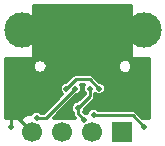
<source format=gbr>
G04 #@! TF.FileFunction,Copper,L2,Bot,Signal*
%FSLAX46Y46*%
G04 Gerber Fmt 4.6, Leading zero omitted, Abs format (unit mm)*
G04 Created by KiCad (PCBNEW 4.0.0-rc1-stable) date fre  9 okt 2015 20:00:11*
%MOMM*%
G01*
G04 APERTURE LIST*
%ADD10C,0.100000*%
%ADD11C,1.700000*%
%ADD12R,1.700000X1.700000*%
%ADD13R,1.650000X2.300000*%
%ADD14C,3.000000*%
%ADD15C,0.508000*%
%ADD16C,0.228600*%
%ADD17C,0.340000*%
G04 APERTURE END LIST*
D10*
D11*
X62236000Y-11103000D03*
X64776000Y-11103000D03*
X67316000Y-11103000D03*
D12*
X69856000Y-11103000D03*
D13*
X70605000Y-7515000D03*
X62415000Y-7515000D03*
D14*
X61351520Y-2465000D03*
X71670120Y-2465000D03*
D15*
X64823200Y-9427300D03*
X60450500Y-10640000D03*
X67140000Y-7390000D03*
X66102000Y-9052500D03*
X66660800Y-10017700D03*
X65140000Y-7390000D03*
X67890000Y-7390000D03*
X67435500Y-9636000D03*
X71750500Y-10640000D03*
X65890000Y-7390000D03*
X62609500Y-9878000D03*
D16*
X61351520Y-2465000D02*
X66505000Y-2465000D01*
X66505000Y-2465000D02*
X71670120Y-2465000D01*
X60450500Y-9890000D02*
X61023000Y-9890000D01*
X60450500Y-10640000D02*
X60450500Y-9890000D01*
X61023000Y-9890000D02*
X62236000Y-11103000D01*
X62415000Y-7515000D02*
X63915000Y-7515000D01*
X66505000Y-2465000D02*
X66505000Y-5915000D01*
X66505000Y-5915000D02*
X65515000Y-5915000D01*
X70605000Y-7515000D02*
X69105000Y-7515000D01*
X69105000Y-7515000D02*
X67505000Y-5915000D01*
X67505000Y-5915000D02*
X66505000Y-5915000D01*
X63915000Y-7515000D02*
X65515000Y-5915000D01*
X67140000Y-7390000D02*
X67140000Y-8014500D01*
X67140000Y-8014500D02*
X66102000Y-9052500D01*
X66102000Y-9052500D02*
X66102000Y-9458900D01*
X66102000Y-9458900D02*
X66660800Y-10017700D01*
X65140000Y-7390000D02*
X65915000Y-6615000D01*
X67890000Y-7390000D02*
X67115000Y-6615000D01*
X65915000Y-6615000D02*
X67115000Y-6615000D01*
X67435500Y-9636000D02*
X70746500Y-9636000D01*
X70746500Y-9636000D02*
X71750500Y-10640000D01*
X63402000Y-9878000D02*
X65890000Y-7390000D01*
X62609500Y-9878000D02*
X63402000Y-9878000D01*
D17*
G36*
X66651637Y-7063070D02*
X66563701Y-7274844D01*
X66563501Y-7504150D01*
X66651067Y-7716078D01*
X66703300Y-7768402D01*
X66703300Y-7833613D01*
X66060848Y-8476065D01*
X65987850Y-8476001D01*
X65775922Y-8563567D01*
X65613637Y-8725570D01*
X65525701Y-8937344D01*
X65525501Y-9166650D01*
X65613067Y-9378578D01*
X65665300Y-9430902D01*
X65665300Y-9458895D01*
X65665299Y-9458900D01*
X65698542Y-9626018D01*
X65793206Y-9767694D01*
X65860512Y-9835000D01*
X64062588Y-9835000D01*
X65931152Y-7966435D01*
X66004150Y-7966499D01*
X66216078Y-7878933D01*
X66378363Y-7716930D01*
X66466299Y-7505156D01*
X66466499Y-7275850D01*
X66378933Y-7063922D01*
X66366732Y-7051700D01*
X66663027Y-7051700D01*
X66651637Y-7063070D01*
X66651637Y-7063070D01*
G37*
X66651637Y-7063070D02*
X66563701Y-7274844D01*
X66563501Y-7504150D01*
X66651067Y-7716078D01*
X66703300Y-7768402D01*
X66703300Y-7833613D01*
X66060848Y-8476065D01*
X65987850Y-8476001D01*
X65775922Y-8563567D01*
X65613637Y-8725570D01*
X65525701Y-8937344D01*
X65525501Y-9166650D01*
X65613067Y-9378578D01*
X65665300Y-9430902D01*
X65665300Y-9458895D01*
X65665299Y-9458900D01*
X65698542Y-9626018D01*
X65793206Y-9767694D01*
X65860512Y-9835000D01*
X64062588Y-9835000D01*
X65931152Y-7966435D01*
X66004150Y-7966499D01*
X66216078Y-7878933D01*
X66378363Y-7716930D01*
X66466299Y-7505156D01*
X66466499Y-7275850D01*
X66378933Y-7063922D01*
X66366732Y-7051700D01*
X66663027Y-7051700D01*
X66651637Y-7063070D01*
G36*
X70570000Y-4705000D02*
X70583394Y-4771140D01*
X70621464Y-4826857D01*
X70678212Y-4863374D01*
X70740000Y-4875000D01*
X72170000Y-4875000D01*
X72170000Y-9835000D01*
X71563087Y-9835000D01*
X71055294Y-9327206D01*
X70913618Y-9232542D01*
X70746500Y-9199299D01*
X70746495Y-9199300D01*
X67814003Y-9199300D01*
X67762430Y-9147637D01*
X67550656Y-9059701D01*
X67321350Y-9059501D01*
X67109422Y-9147067D01*
X66947137Y-9309070D01*
X66875095Y-9482567D01*
X66775956Y-9441401D01*
X66702024Y-9441337D01*
X66604961Y-9344274D01*
X66678299Y-9167656D01*
X66678363Y-9093724D01*
X67448791Y-8323296D01*
X67448794Y-8323294D01*
X67543458Y-8181618D01*
X67548973Y-8153890D01*
X67576701Y-8014500D01*
X67576700Y-8014495D01*
X67576700Y-7884023D01*
X67774844Y-7966299D01*
X68004150Y-7966499D01*
X68216078Y-7878933D01*
X68378363Y-7716930D01*
X68466299Y-7505156D01*
X68466499Y-7275850D01*
X68378933Y-7063922D01*
X68216930Y-6901637D01*
X68005156Y-6813701D01*
X67931224Y-6813637D01*
X67682588Y-6565000D01*
X69660000Y-6565000D01*
X69660000Y-8465000D01*
X69676747Y-8549190D01*
X69724437Y-8620563D01*
X69795810Y-8668253D01*
X69880000Y-8685000D01*
X71230000Y-8685000D01*
X71314190Y-8668253D01*
X71385563Y-8620563D01*
X71433253Y-8549190D01*
X71450000Y-8465000D01*
X71450000Y-6565000D01*
X71433253Y-6480810D01*
X71385563Y-6409437D01*
X71314190Y-6361747D01*
X71230000Y-6345000D01*
X69880000Y-6345000D01*
X69795810Y-6361747D01*
X69724437Y-6409437D01*
X69676747Y-6480810D01*
X69660000Y-6565000D01*
X67682588Y-6565000D01*
X67423794Y-6306206D01*
X67282118Y-6211542D01*
X67115000Y-6178299D01*
X67114995Y-6178300D01*
X65915005Y-6178300D01*
X65915000Y-6178299D01*
X65747883Y-6211541D01*
X65747881Y-6211542D01*
X65747882Y-6211542D01*
X65606206Y-6306206D01*
X65606204Y-6306209D01*
X65098848Y-6813565D01*
X65025850Y-6813501D01*
X64813922Y-6901067D01*
X64651637Y-7063070D01*
X64563701Y-7274844D01*
X64563501Y-7504150D01*
X64651067Y-7716078D01*
X64798572Y-7863840D01*
X63221112Y-9441300D01*
X62988003Y-9441300D01*
X62936430Y-9389637D01*
X62724656Y-9301701D01*
X62495350Y-9301501D01*
X62283422Y-9389067D01*
X62121137Y-9551070D01*
X62110504Y-9576677D01*
X61909674Y-9579624D01*
X61389558Y-9795063D01*
X61378534Y-9835000D01*
X60060000Y-9835000D01*
X60060000Y-6565000D01*
X61570000Y-6565000D01*
X61570000Y-8465000D01*
X61586747Y-8549190D01*
X61634437Y-8620563D01*
X61705810Y-8668253D01*
X61790000Y-8685000D01*
X63140000Y-8685000D01*
X63224190Y-8668253D01*
X63295563Y-8620563D01*
X63343253Y-8549190D01*
X63360000Y-8465000D01*
X63360000Y-6565000D01*
X63343253Y-6480810D01*
X63295563Y-6409437D01*
X63224190Y-6361747D01*
X63140000Y-6345000D01*
X61790000Y-6345000D01*
X61705810Y-6361747D01*
X61634437Y-6409437D01*
X61586747Y-6480810D01*
X61570000Y-6565000D01*
X60060000Y-6565000D01*
X60060000Y-5515000D01*
X62275406Y-5515000D01*
X62322783Y-5753182D01*
X62457703Y-5955103D01*
X62659624Y-6090023D01*
X62897806Y-6137400D01*
X62922194Y-6137400D01*
X63160376Y-6090023D01*
X63362297Y-5955103D01*
X63497217Y-5753182D01*
X63520076Y-5638260D01*
X69487492Y-5638260D01*
X69582047Y-5867101D01*
X69756978Y-6042338D01*
X69985654Y-6137292D01*
X70233260Y-6137508D01*
X70462101Y-6042953D01*
X70637338Y-5868022D01*
X70732292Y-5639346D01*
X70732508Y-5391740D01*
X70637953Y-5162899D01*
X70463022Y-4987662D01*
X70234346Y-4892708D01*
X69986740Y-4892492D01*
X69757899Y-4987047D01*
X69582662Y-5161978D01*
X69487708Y-5390654D01*
X69487492Y-5638260D01*
X63520076Y-5638260D01*
X63544594Y-5515000D01*
X63497217Y-5276818D01*
X63362297Y-5074897D01*
X63160376Y-4939977D01*
X62922194Y-4892600D01*
X62897806Y-4892600D01*
X62659624Y-4939977D01*
X62457703Y-5074897D01*
X62322783Y-5276818D01*
X62275406Y-5515000D01*
X60060000Y-5515000D01*
X60060000Y-4875000D01*
X62240000Y-4875000D01*
X62306140Y-4861606D01*
X62361857Y-4823536D01*
X62398374Y-4766788D01*
X62410000Y-4705000D01*
X62410000Y-375000D01*
X70570000Y-375000D01*
X70570000Y-4705000D01*
X70570000Y-4705000D01*
G37*
X70570000Y-4705000D02*
X70583394Y-4771140D01*
X70621464Y-4826857D01*
X70678212Y-4863374D01*
X70740000Y-4875000D01*
X72170000Y-4875000D01*
X72170000Y-9835000D01*
X71563087Y-9835000D01*
X71055294Y-9327206D01*
X70913618Y-9232542D01*
X70746500Y-9199299D01*
X70746495Y-9199300D01*
X67814003Y-9199300D01*
X67762430Y-9147637D01*
X67550656Y-9059701D01*
X67321350Y-9059501D01*
X67109422Y-9147067D01*
X66947137Y-9309070D01*
X66875095Y-9482567D01*
X66775956Y-9441401D01*
X66702024Y-9441337D01*
X66604961Y-9344274D01*
X66678299Y-9167656D01*
X66678363Y-9093724D01*
X67448791Y-8323296D01*
X67448794Y-8323294D01*
X67543458Y-8181618D01*
X67548973Y-8153890D01*
X67576701Y-8014500D01*
X67576700Y-8014495D01*
X67576700Y-7884023D01*
X67774844Y-7966299D01*
X68004150Y-7966499D01*
X68216078Y-7878933D01*
X68378363Y-7716930D01*
X68466299Y-7505156D01*
X68466499Y-7275850D01*
X68378933Y-7063922D01*
X68216930Y-6901637D01*
X68005156Y-6813701D01*
X67931224Y-6813637D01*
X67682588Y-6565000D01*
X69660000Y-6565000D01*
X69660000Y-8465000D01*
X69676747Y-8549190D01*
X69724437Y-8620563D01*
X69795810Y-8668253D01*
X69880000Y-8685000D01*
X71230000Y-8685000D01*
X71314190Y-8668253D01*
X71385563Y-8620563D01*
X71433253Y-8549190D01*
X71450000Y-8465000D01*
X71450000Y-6565000D01*
X71433253Y-6480810D01*
X71385563Y-6409437D01*
X71314190Y-6361747D01*
X71230000Y-6345000D01*
X69880000Y-6345000D01*
X69795810Y-6361747D01*
X69724437Y-6409437D01*
X69676747Y-6480810D01*
X69660000Y-6565000D01*
X67682588Y-6565000D01*
X67423794Y-6306206D01*
X67282118Y-6211542D01*
X67115000Y-6178299D01*
X67114995Y-6178300D01*
X65915005Y-6178300D01*
X65915000Y-6178299D01*
X65747883Y-6211541D01*
X65747881Y-6211542D01*
X65747882Y-6211542D01*
X65606206Y-6306206D01*
X65606204Y-6306209D01*
X65098848Y-6813565D01*
X65025850Y-6813501D01*
X64813922Y-6901067D01*
X64651637Y-7063070D01*
X64563701Y-7274844D01*
X64563501Y-7504150D01*
X64651067Y-7716078D01*
X64798572Y-7863840D01*
X63221112Y-9441300D01*
X62988003Y-9441300D01*
X62936430Y-9389637D01*
X62724656Y-9301701D01*
X62495350Y-9301501D01*
X62283422Y-9389067D01*
X62121137Y-9551070D01*
X62110504Y-9576677D01*
X61909674Y-9579624D01*
X61389558Y-9795063D01*
X61378534Y-9835000D01*
X60060000Y-9835000D01*
X60060000Y-6565000D01*
X61570000Y-6565000D01*
X61570000Y-8465000D01*
X61586747Y-8549190D01*
X61634437Y-8620563D01*
X61705810Y-8668253D01*
X61790000Y-8685000D01*
X63140000Y-8685000D01*
X63224190Y-8668253D01*
X63295563Y-8620563D01*
X63343253Y-8549190D01*
X63360000Y-8465000D01*
X63360000Y-6565000D01*
X63343253Y-6480810D01*
X63295563Y-6409437D01*
X63224190Y-6361747D01*
X63140000Y-6345000D01*
X61790000Y-6345000D01*
X61705810Y-6361747D01*
X61634437Y-6409437D01*
X61586747Y-6480810D01*
X61570000Y-6565000D01*
X60060000Y-6565000D01*
X60060000Y-5515000D01*
X62275406Y-5515000D01*
X62322783Y-5753182D01*
X62457703Y-5955103D01*
X62659624Y-6090023D01*
X62897806Y-6137400D01*
X62922194Y-6137400D01*
X63160376Y-6090023D01*
X63362297Y-5955103D01*
X63497217Y-5753182D01*
X63520076Y-5638260D01*
X69487492Y-5638260D01*
X69582047Y-5867101D01*
X69756978Y-6042338D01*
X69985654Y-6137292D01*
X70233260Y-6137508D01*
X70462101Y-6042953D01*
X70637338Y-5868022D01*
X70732292Y-5639346D01*
X70732508Y-5391740D01*
X70637953Y-5162899D01*
X70463022Y-4987662D01*
X70234346Y-4892708D01*
X69986740Y-4892492D01*
X69757899Y-4987047D01*
X69582662Y-5161978D01*
X69487708Y-5390654D01*
X69487492Y-5638260D01*
X63520076Y-5638260D01*
X63544594Y-5515000D01*
X63497217Y-5276818D01*
X63362297Y-5074897D01*
X63160376Y-4939977D01*
X62922194Y-4892600D01*
X62897806Y-4892600D01*
X62659624Y-4939977D01*
X62457703Y-5074897D01*
X62322783Y-5276818D01*
X62275406Y-5515000D01*
X60060000Y-5515000D01*
X60060000Y-4875000D01*
X62240000Y-4875000D01*
X62306140Y-4861606D01*
X62361857Y-4823536D01*
X62398374Y-4766788D01*
X62410000Y-4705000D01*
X62410000Y-375000D01*
X70570000Y-375000D01*
X70570000Y-4705000D01*
G36*
X71010000Y-8245000D02*
X70100000Y-8245000D01*
X70100000Y-6785000D01*
X71010000Y-6785000D01*
X71010000Y-8245000D01*
X71010000Y-8245000D01*
G37*
X71010000Y-8245000D02*
X70100000Y-8245000D01*
X70100000Y-6785000D01*
X71010000Y-6785000D01*
X71010000Y-8245000D01*
G36*
X62920000Y-8245000D02*
X62010000Y-8245000D01*
X62010000Y-6785000D01*
X62920000Y-6785000D01*
X62920000Y-8245000D01*
X62920000Y-8245000D01*
G37*
X62920000Y-8245000D02*
X62010000Y-8245000D01*
X62010000Y-6785000D01*
X62920000Y-6785000D01*
X62920000Y-8245000D01*
M02*

</source>
